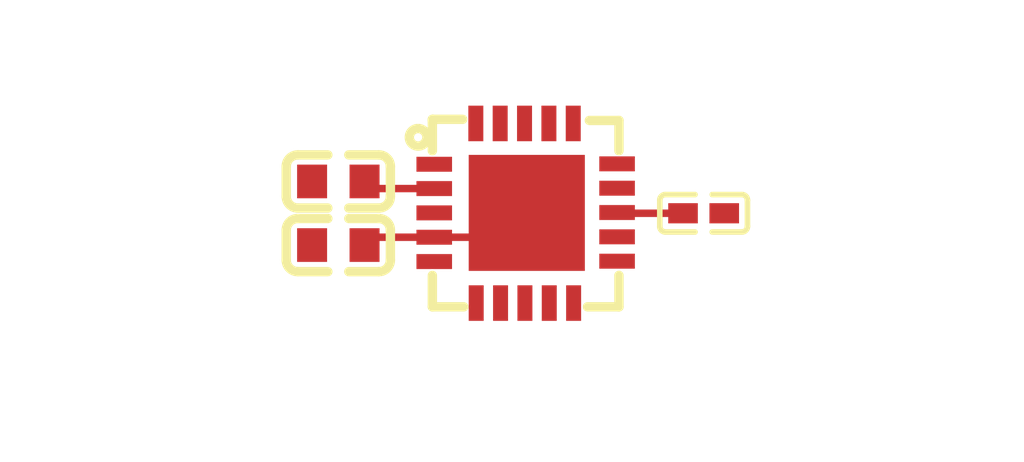
<source format=kicad_pcb>
(kicad_pcb (version 20241229) (generator "pcbnew") (generator_version "9.0")
  (layers (0 "F.Cu" signal) (2 "B.Cu" signal) (13 "F.Paste" user) (15 "B.Paste" user) (5 "F.SilkS" user "F.Silkscreen") (7 "B.SilkS" user "B.Silkscreen") (1 "F.Mask" user) (3 "B.Mask" user) (25 "Edge.Cuts" user))
  (net 0 "")
  (net 1 "output_a[2]")
  (net 2 "EP")
  (net 3 "common_a")
  (net 4 "SA0")
  (net 5 "common_b")
  (net 6 "output_a[3]")
  (net 7 "gnd")
  (net 8 "output_b[0]")
  (net 9 "ENB")
  (net 10 "output_b[2]")
  (net 11 "output_b[1]")
  (net 12 "output_a[0]")
  (net 13 "ENA")
  (net 14 "SA1")
  (net 15 "hv")
  (net 16 "VP")
  (net 17 "output_b[3]")
  (net 18 "SB1")
  (net 19 "SB0")
  (net 20 "output_a[1]")
  (footprint "FH_0603B104K101NT:C0603" (layer "F.Cu") (at -5 -0.85 180)
    (property "Reference" "C3" (hide yes))
    (property "Value" "100nF ±10% 100V X7R")
    (fp_line (start 1.39 -0.4) (end 1.39 0.4) (stroke (width 0.25)) (layer "F.SilkS"))
    (fp_line (start 0.28 0.71) (end 1.08 0.71) (stroke (width 0.25)) (layer "F.SilkS"))
    (fp_line (start 0.28 -0.71) (end 1.08 -0.71) (stroke (width 0.25)) (layer "F.SilkS"))
    (fp_line (start -0.28 0.71) (end -1.08 0.71) (stroke (width 0.25)) (layer "F.SilkS"))
    (fp_line (start -0.28 -0.71) (end -1.08 -0.71) (stroke (width 0.25)) (layer "F.SilkS"))
    (fp_line (start -1.39 0.4) (end -1.39 -0.4) (stroke (width 0.25)) (layer "F.SilkS"))
    (fp_arc (start 1.39 0.4) (mid 1.299203 0.619203) (end 1.08 0.71) (stroke (width 0.25)) (layer "F.SilkS"))
    (fp_arc (start 1.08 -0.71) (mid 1.299203 -0.619203) (end 1.39 -0.4) (stroke (width 0.25)) (layer "F.SilkS"))
    (fp_arc (start -1.08 0.71) (mid -1.299203 0.619203) (end -1.39 0.4) (stroke (width 0.25)) (layer "F.SilkS"))
    (fp_arc (start -1.39 -0.4) (mid -1.299203 -0.619203) (end -1.08 -0.71) (stroke (width 0.25)) (layer "F.SilkS"))
    (pad "1" smd rect (at -0.7 0 180) (size 0.8 0.9) (layers "F.Cu" "F.Mask" "F.Paste") (net 16 "VP"))
    (pad "2" smd rect (at 0.7 0 180) (size 0.8 0.9) (layers "F.Cu" "F.Mask" "F.Paste") (net 7 "gnd"))
  )
  (footprint "FH_0603B104K101NT:C0603" (layer "F.Cu") (at -5 0.85 180)
    (property "Reference" "C2" (hide yes))
    (property "Value" "100nF ±10% 100V X7R")
    (fp_line (start 1.39 -0.4) (end 1.39 0.4) (stroke (width 0.25)) (layer "F.SilkS"))
    (fp_line (start 0.28 0.71) (end 1.08 0.71) (stroke (width 0.25)) (layer "F.SilkS"))
    (fp_line (start 0.28 -0.71) (end 1.08 -0.71) (stroke (width 0.25)) (layer "F.SilkS"))
    (fp_line (start -0.28 0.71) (end -1.08 0.71) (stroke (width 0.25)) (layer "F.SilkS"))
    (fp_line (start -0.28 -0.71) (end -1.08 -0.71) (stroke (width 0.25)) (layer "F.SilkS"))
    (fp_line (start -1.39 0.4) (end -1.39 -0.4) (stroke (width 0.25)) (layer "F.SilkS"))
    (fp_arc (start 1.39 0.4) (mid 1.299203 0.619203) (end 1.08 0.71) (stroke (width 0.25)) (layer "F.SilkS"))
    (fp_arc (start 1.08 -0.71) (mid 1.299203 -0.619203) (end 1.39 -0.4) (stroke (width 0.25)) (layer "F.SilkS"))
    (fp_arc (start -1.08 0.71) (mid -1.299203 0.619203) (end -1.39 0.4) (stroke (width 0.25)) (layer "F.SilkS"))
    (fp_arc (start -1.39 -0.4) (mid -1.299203 -0.619203) (end -1.08 -0.71) (stroke (width 0.25)) (layer "F.SilkS"))
    (pad "1" smd rect (at -0.7 0 180) (size 0.8 0.9) (layers "F.Cu" "F.Mask" "F.Paste") (net 2 "EP"))
    (pad "2" smd rect (at 0.7 0 180) (size 0.8 0.9) (layers "F.Cu" "F.Mask" "F.Paste") (net 7 "gnd"))
  )
  (footprint "Samsung_Electro_Mechanics_CL05B104KO5NNNC:C0402" (layer "F.Cu") (at 4.75 0)
    (property "Reference" "C1" (hide yes))
    (property "Value" "100nF ±10% 16V X7R")
    (fp_line (start -1.17 0.35) (end -1.17 -0.35) (stroke (width 0.15)) (layer "F.SilkS"))
    (fp_line (start -1.02 -0.5) (end -0.23 -0.5) (stroke (width 0.15)) (layer "F.SilkS"))
    (fp_line (start -0.23 0.5) (end -1.02 0.5) (stroke (width 0.15)) (layer "F.SilkS"))
    (fp_line (start 0.23 0.5) (end 1.02 0.5) (stroke (width 0.15)) (layer "F.SilkS"))
    (fp_line (start 1.02 -0.5) (end 0.23 -0.5) (stroke (width 0.15)) (layer "F.SilkS"))
    (fp_line (start 1.17 0.35) (end 1.17 -0.35) (stroke (width 0.15)) (layer "F.SilkS"))
    (fp_arc (start -1.17 -0.35) (mid -1.126066 -0.456066) (end -1.02 -0.5) (stroke (width 0.15)) (layer "F.SilkS"))
    (fp_arc (start -1.02 0.5) (mid -1.126066 0.456066) (end -1.17 0.35) (stroke (width 0.15)) (layer "F.SilkS"))
    (fp_arc (start 1.02 -0.5) (mid 1.126066 -0.456066) (end 1.17 -0.35) (stroke (width 0.15)) (layer "F.SilkS"))
    (fp_arc (start 1.17 0.35) (mid 1.126066 0.456066) (end 1.02 0.5) (stroke (width 0.15)) (layer "F.SilkS"))
    (pad "1" smd rect (at -0.55 0) (size 0.79 0.54) (layers "F.Cu" "F.Mask" "F.Paste") (net 15 "hv"))
    (pad "2" smd rect (at 0.55 0) (size 0.79 0.54) (layers "F.Cu" "F.Mask" "F.Paste") (net 7 "gnd"))
  )
  (footprint "Maxim_Integrated_MAX14778ETP_T:TQFN-20_L5.0-W5.0-P0.65-TL-EP3.1" (layer "F.Cu") (at 0 0)
    (property "Reference" "U1" (hide yes))
    (property "Value" "")
    (fp_line (start -2.49 -2.51) (end -2.49 -2.48) (stroke (width 0.25)) (layer "F.SilkS"))
    (fp_line (start -2.49 -2.48) (end -2.49 -1.67) (stroke (width 0.25)) (layer "F.SilkS"))
    (fp_line (start -2.49 2.5) (end -2.49 1.66) (stroke (width 0.25)) (layer "F.SilkS"))
    (fp_line (start -2.47 -2.51) (end -2.49 -2.51) (stroke (width 0.25)) (layer "F.SilkS"))
    (fp_line (start -1.68 -2.51) (end -2.47 -2.51) (stroke (width 0.25)) (layer "F.SilkS"))
    (fp_line (start -1.65 2.5) (end -2.49 2.5) (stroke (width 0.25)) (layer "F.SilkS"))
    (fp_line (start 2.49 -2.48) (end 1.7 -2.48) (stroke (width 0.25)) (layer "F.SilkS"))
    (fp_line (start 2.49 -1.67) (end 2.49 -2.48) (stroke (width 0.25)) (layer "F.SilkS"))
    (fp_line (start 2.49 1.66) (end 2.49 2.5) (stroke (width 0.25)) (layer "F.SilkS"))
    (fp_line (start 2.49 2.5) (end 1.65 2.5) (stroke (width 0.25)) (layer "F.SilkS"))
    (fp_circle (center -2.87 -2.03) (end -2.76 -2.03) (stroke (width 0.25)) (fill no) (layer "F.SilkS"))
    (pad "1" smd rect (at -2.44 -1.31 270) (size 0.4 0.95) (layers "F.Cu" "F.Mask" "F.Paste") (net 5 "common_b"))
    (pad "2" smd rect (at -2.44 -0.66 270) (size 0.4 0.95) (layers "F.Cu" "F.Mask" "F.Paste") (net 16 "VP"))
    (pad "3" smd rect (at -2.44 -0.01 270) (size 0.4 0.95) (layers "F.Cu" "F.Mask" "F.Paste") (net 7 "gnd"))
    (pad "4" smd rect (at -2.44 0.64 270) (size 0.4 0.95) (layers "F.Cu" "F.Mask" "F.Paste") (net 2 "EP"))
    (pad "5" smd rect (at -2.44 1.29 270) (size 0.4 0.95) (layers "F.Cu" "F.Mask" "F.Paste") (net 3 "common_a"))
    (pad "6" smd rect (at -1.32 2.4) (size 0.4 0.95) (layers "F.Cu" "F.Mask" "F.Paste") (net 12 "output_a[0]"))
    (pad "7" smd rect (at -0.67 2.4) (size 0.4 0.95) (layers "F.Cu" "F.Mask" "F.Paste") (net 20 "output_a[1]"))
    (pad "8" smd rect (at -0.02 2.4) (size 0.4 0.95) (layers "F.Cu" "F.Mask" "F.Paste") (net 1 "output_a[2]"))
    (pad "9" smd rect (at 0.63 2.4) (size 0.4 0.95) (layers "F.Cu" "F.Mask" "F.Paste") (net 6 "output_a[3]"))
    (pad "10" smd rect (at 1.28 2.4) (size 0.4 0.95) (layers "F.Cu" "F.Mask" "F.Paste") (net 13 "ENA"))
    (pad "11" smd rect (at 2.44 1.28 90) (size 0.4 0.95) (layers "F.Cu" "F.Mask" "F.Paste") (net 4 "SA0"))
    (pad "12" smd rect (at 2.44 0.63 90) (size 0.4 0.95) (layers "F.Cu" "F.Mask" "F.Paste") (net 14 "SA1"))
    (pad "13" smd rect (at 2.44 -0.02 90) (size 0.4 0.95) (layers "F.Cu" "F.Mask" "F.Paste") (net 15 "hv"))
    (pad "14" smd rect (at 2.44 -0.67 90) (size 0.4 0.95) (layers "F.Cu" "F.Mask" "F.Paste") (net 18 "SB1"))
    (pad "15" smd rect (at 2.44 -1.32 90) (size 0.4 0.95) (layers "F.Cu" "F.Mask" "F.Paste") (net 19 "SB0"))
    (pad "16" smd rect (at 1.27 -2.4 180) (size 0.4 0.95) (layers "F.Cu" "F.Mask" "F.Paste") (net 9 "ENB"))
    (pad "17" smd rect (at 0.62 -2.4 180) (size 0.4 0.95) (layers "F.Cu" "F.Mask" "F.Paste") (net 17 "output_b[3]"))
    (pad "18" smd rect (at -0.03 -2.4 180) (size 0.4 0.95) (layers "F.Cu" "F.Mask" "F.Paste") (net 10 "output_b[2]"))
    (pad "19" smd rect (at -0.68 -2.4 180) (size 0.4 0.95) (layers "F.Cu" "F.Mask" "F.Paste") (net 11 "output_b[1]"))
    (pad "20" smd rect (at -1.33 -2.4 180) (size 0.4 0.95) (layers "F.Cu" "F.Mask" "F.Paste") (net 8 "output_b[0]"))
    (pad "21" smd rect (at 0.03 -0.01 180) (size 3.1 3.1) (layers "F.Cu" "F.Mask" "F.Paste") (net 2 "EP"))
  )
  (segment (start -2.44 0.64) (end -4.09 0.64) (width 0.2) (layer "F.Cu") (net 2))
  (segment (start -2.44 0.64) (end -0.62 0.64) (width 0.2) (layer "F.Cu") (net 2))
  (segment (start -4.09 0.64) (end -4.3 0.85) (width 0.2) (layer "F.Cu") (net 2))
  (segment (start -0.62 0.64) (end 0.03 -0.01) (width 0.2) (layer "F.Cu") (net 2))
  (segment (start 2.46 0) (end 2.44 -0.02) (width 0.2) (layer "F.Cu") (net 15))
  (segment (start 4.2 0) (end 2.46 0) (width 0.2) (layer "F.Cu") (net 15))
  (segment (start -4.3 -0.85) (end -4.11 -0.66) (width 0.2) (layer "F.Cu") (net 16))
  (segment (start -4.11 -0.66) (end -2.44 -0.66) (width 0.2) (layer "F.Cu") (net 16))
)
</source>
